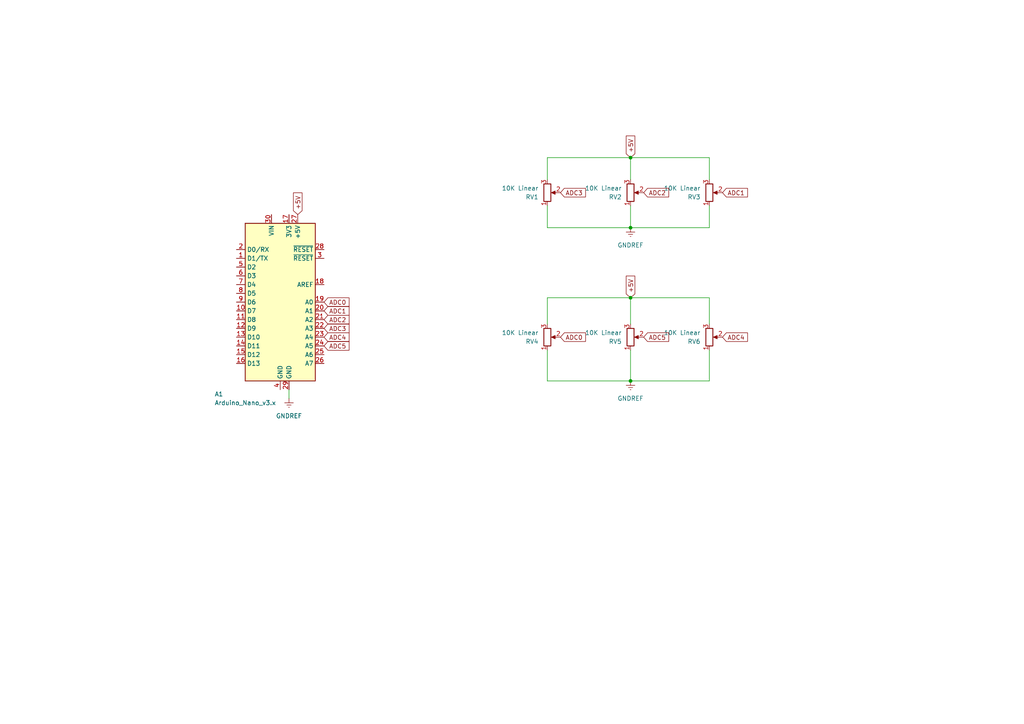
<source format=kicad_sch>
(kicad_sch (version 20231120) (generator "eeschema") (generator_version "8.0")
  (paper "A4")
  (lib_symbols
    (symbol "Device:R_Potentiometer" (pin_names (offset 1.016) hide)
      (property "Reference" "RV" (at -4.445 0 90))
      (property "Value" "R_Potentiometer" (at -2.54 0 90))
      (symbol "R_Potentiometer_0_1"
        (polyline (pts (xy 2.54 0) (xy 1.524 0)))
        (polyline (pts (xy 1.143 0) (xy 2.286 0.508) (xy 2.286 -0.508) (xy 1.143 0)) (fill (type outline)))
        (rectangle (start 1.016 2.54) (end -1.016 -2.54) (stroke (width 0.254)))
      )
      (symbol "R_Potentiometer_1_1"
        (pin passive line (at 0 3.81 270) (length 1.27) (name "1") (number "1"))
        (pin passive line (at 3.81 0 180) (length 1.27) (name "2") (number "2"))
        (pin passive line (at 0 -3.81 90) (length 1.27) (name "3") (number "3"))
      )
    )
    (symbol "MCU_Module:Arduino_Nano_v3.x"
      (property "Reference" "A" (at -10.16 23.495 0))
      (property "Value" "Arduino_Nano_v3.x" (at 5.08 -24.13 0))
      (symbol "Arduino_Nano_v3.x_0_1"
        (rectangle (start -10.16 22.86) (end 10.16 -22.86) (stroke (width 0.254)) (fill (type background)))
      )
      (symbol "Arduino_Nano_v3.x_1_1"
        (pin bidirectional line (at -12.7 12.7 0) (length 2.54) (name "D1/TX") (number "1"))
        (pin bidirectional line (at -12.7 -2.54 0) (length 2.54) (name "D7") (number "10"))
        (pin bidirectional line (at -12.7 -5.08 0) (length 2.54) (name "D8") (number "11"))
        (pin bidirectional line (at -12.7 -7.62 0) (length 2.54) (name "D9") (number "12"))
        (pin bidirectional line (at -12.7 -10.16 0) (length 2.54) (name "D10") (number "13"))
        (pin bidirectional line (at -12.7 -12.7 0) (length 2.54) (name "D11") (number "14"))
        (pin bidirectional line (at -12.7 -15.24 0) (length 2.54) (name "D12") (number "15"))
        (pin bidirectional line (at -12.7 -17.78 0) (length 2.54) (name "D13") (number "16"))
        (pin power_out line (at 2.54 25.4 270) (length 2.54) (name "3V3") (number "17"))
        (pin input line (at 12.7 5.08 180) (length 2.54) (name "AREF") (number "18"))
        (pin bidirectional line (at 12.7 0 180) (length 2.54) (name "A0") (number "19"))
        (pin bidirectional line (at -12.7 15.24 0) (length 2.54) (name "D0/RX") (number "2"))
        (pin bidirectional line (at 12.7 -2.54 180) (length 2.54) (name "A1") (number "20"))
        (pin bidirectional line (at 12.7 -5.08 180) (length 2.54) (name "A2") (number "21"))
        (pin bidirectional line (at 12.7 -7.62 180) (length 2.54) (name "A3") (number "22"))
        (pin bidirectional line (at 12.7 -10.16 180) (length 2.54) (name "A4") (number "23"))
        (pin bidirectional line (at 12.7 -12.7 180) (length 2.54) (name "A5") (number "24"))
        (pin bidirectional line (at 12.7 -15.24 180) (length 2.54) (name "A6") (number "25"))
        (pin bidirectional line (at 12.7 -17.78 180) (length 2.54) (name "A7") (number "26"))
        (pin power_out line (at 5.08 25.4 270) (length 2.54) (name "+5V") (number "27"))
        (pin input line (at 12.7 15.24 180) (length 2.54) (name "~{RESET}") (number "28"))
        (pin power_in line (at 2.54 -25.4 90) (length 2.54) (name "GND") (number "29"))
        (pin input line (at 12.7 12.7 180) (length 2.54) (name "~{RESET}") (number "3"))
        (pin power_in line (at -2.54 25.4 270) (length 2.54) (name "VIN") (number "30"))
        (pin power_in line (at 0 -25.4 90) (length 2.54) (name "GND") (number "4"))
        (pin bidirectional line (at -12.7 10.16 0) (length 2.54) (name "D2") (number "5"))
        (pin bidirectional line (at -12.7 7.62 0) (length 2.54) (name "D3") (number "6"))
        (pin bidirectional line (at -12.7 5.08 0) (length 2.54) (name "D4") (number "7"))
        (pin bidirectional line (at -12.7 2.54 0) (length 2.54) (name "D5") (number "8"))
        (pin bidirectional line (at -12.7 0 0) (length 2.54) (name "D6") (number "9"))
      )
    )
    (symbol "power:GNDREF" (power) (pin_names (offset 0))
      (property "Value" "GNDREF" (at 0 -3.81 0))
      (symbol "GNDREF_0_1"
        (polyline (pts (xy -0.635 -1.905) (xy 0.635 -1.905)))
        (polyline (pts (xy -0.127 -2.54) (xy 0.127 -2.54)))
        (polyline (pts (xy 0 -1.27) (xy 0 0)))
        (polyline (pts (xy 1.27 -1.27) (xy -1.27 -1.27)))
      )
      (symbol "GNDREF_1_1"
        (pin power_in line (at 0 0 270) (length 0) hide (name "GNDREF") (number "1"))
      )
    )
  )
  (junction (at 182.88 110.49))
  (junction (at 182.88 66.04))
  (junction (at 182.88 45.72))
  (junction (at 182.88 86.36))
  (wire (pts (xy 182.88 45.72) (xy 205.74 45.72)))
  (wire (pts (xy 205.74 52.07) (xy 205.74 45.72)))
  (wire (pts (xy 205.74 59.69) (xy 205.74 66.04)))
  (wire (pts (xy 205.74 66.04) (xy 182.88 66.04)))
  (wire (pts (xy 182.88 59.69) (xy 182.88 66.04)))
  (wire (pts (xy 158.75 101.6) (xy 158.75 110.49)))
  (wire (pts (xy 158.75 93.98) (xy 158.75 86.36)))
  (wire (pts (xy 205.74 110.49) (xy 182.88 110.49)))
  (wire (pts (xy 158.75 52.07) (xy 158.75 45.72)))
  (wire (pts (xy 158.75 110.49) (xy 182.88 110.49)))
  (wire (pts (xy 158.75 45.72) (xy 182.88 45.72)))
  (wire (pts (xy 182.88 52.07) (xy 182.88 45.72)))
  (wire (pts (xy 182.88 101.6) (xy 182.88 110.49)))
  (wire (pts (xy 205.74 86.36) (xy 182.88 86.36)))
  (wire (pts (xy 83.82 115.57) (xy 83.82 113.03)))
  (wire (pts (xy 205.74 101.6) (xy 205.74 110.49)))
  (wire (pts (xy 182.88 86.36) (xy 182.88 93.98)))
  (wire (pts (xy 205.74 93.98) (xy 205.74 86.36)))
  (wire (pts (xy 158.75 86.36) (xy 182.88 86.36)))
  (wire (pts (xy 158.75 66.04) (xy 182.88 66.04)))
  (wire (pts (xy 158.75 59.69) (xy 158.75 66.04)))
  (global_label "ADC0" (shape input) (at 93.98 87.63 0) (property "Intersheetrefs" "${INTERSHEET_REFS}" (effects (hide yes))))
  (global_label "ADC0" (shape input) (at 162.56 97.79 0) (property "Intersheetrefs" "${INTERSHEET_REFS}" (effects (hide yes))))
  (global_label "+5V" (shape input) (at 182.88 86.36 90) (property "Intersheetrefs" "${INTERSHEET_REFS}" (effects (hide yes))))
  (global_label "ADC5" (shape input) (at 186.69 97.79 0) (property "Intersheetrefs" "${INTERSHEET_REFS}" (effects (hide yes))))
  (global_label "ADC2" (shape input) (at 186.69 55.88 0) (property "Intersheetrefs" "${INTERSHEET_REFS}" (effects (hide yes))))
  (global_label "ADC5" (shape input) (at 93.98 100.33 0) (property "Intersheetrefs" "${INTERSHEET_REFS}" (effects (hide yes))))
  (global_label "ADC2" (shape input) (at 93.98 92.71 0) (property "Intersheetrefs" "${INTERSHEET_REFS}" (effects (hide yes))))
  (global_label "+5V" (shape input) (at 182.88 45.72 90) (property "Intersheetrefs" "${INTERSHEET_REFS}" (effects (hide yes))))
  (global_label "ADC3" (shape input) (at 93.98 95.25 0) (property "Intersheetrefs" "${INTERSHEET_REFS}" (effects (hide yes))))
  (global_label "ADC4" (shape input) (at 209.55 97.79 0) (property "Intersheetrefs" "${INTERSHEET_REFS}" (effects (hide yes))))
  (global_label "ADC1" (shape input) (at 93.98 90.17 0) (property "Intersheetrefs" "${INTERSHEET_REFS}" (effects (hide yes))))
  (global_label "ADC4" (shape input) (at 93.98 97.79 0) (property "Intersheetrefs" "${INTERSHEET_REFS}" (effects (hide yes))))
  (global_label "ADC3" (shape input) (at 162.56 55.88 0) (property "Intersheetrefs" "${INTERSHEET_REFS}" (effects (hide yes))))
  (global_label "ADC1" (shape input) (at 209.55 55.88 0) (property "Intersheetrefs" "${INTERSHEET_REFS}" (effects (hide yes))))
  (global_label "+5V" (shape input) (at 86.36 62.23 90) (property "Intersheetrefs" "${INTERSHEET_REFS}" (effects (hide yes))))
  (symbol (lib_id "Device:R_Potentiometer") (at 182.88 97.79 0) (mirror x) (unit 1)
    (property "Reference" "RV5" (at 180.34 99.06 0) (effects (justify right)))
    (property "Value" "10K Linear" (at 180.34 96.52 0) (effects (justify right)))
    (property "Footprint" "Potentiometers:Potentiometer_Slide_60mm_Switch_Electronics" (effects (hide yes)))
  )
  (symbol (lib_id "power:GNDREF") (at 182.88 110.49 0) (unit 1)
    (property "Reference" "#PWR03" (effects (hide yes)))
    (property "Value" "GNDREF" (at 182.88 115.57 0))
  )
  (symbol (lib_id "Device:R_Potentiometer") (at 205.74 55.88 0) (mirror x) (unit 1)
    (property "Reference" "RV3" (at 203.2 57.15 0) (effects (justify right)))
    (property "Value" "10K Linear" (at 203.2 54.61 0) (effects (justify right)))
    (property "Footprint" "Potentiometers:Potentiometer_Slide_60mm_Switch_Electronics" (effects (hide yes)))
  )
  (symbol (lib_id "Device:R_Potentiometer") (at 158.75 55.88 0) (mirror x) (unit 1)
    (property "Reference" "RV1" (at 156.21 57.15 0) (effects (justify right)))
    (property "Value" "10K Linear" (at 156.21 54.61 0) (effects (justify right)))
    (property "Footprint" "Potentiometers:Potentiometer_Slide_60mm_Switch_Electronics" (effects (hide yes)))
  )
  (symbol (lib_id "Device:R_Potentiometer") (at 158.75 97.79 0) (mirror x) (unit 1)
    (property "Reference" "RV4" (at 156.21 99.06 0) (effects (justify right)))
    (property "Value" "10K Linear" (at 156.21 96.52 0) (effects (justify right)))
    (property "Footprint" "Potentiometers:Potentiometer_Slide_60mm_Switch_Electronics" (effects (hide yes)))
  )
  (symbol (lib_id "Device:R_Potentiometer") (at 182.88 55.88 0) (mirror x) (unit 1)
    (property "Reference" "RV2" (at 180.34 57.15 0) (effects (justify right)))
    (property "Value" "10K Linear" (at 180.34 54.61 0) (effects (justify right)))
    (property "Footprint" "Potentiometers:Potentiometer_Slide_60mm_Switch_Electronics" (effects (hide yes)))
  )
  (symbol (lib_id "MCU_Module:Arduino_Nano_v3.x") (at 81.28 87.63 0) (unit 1)
    (property "Reference" "A1" (at 62.23 114.3 0) (effects (justify left)))
    (property "Value" "Arduino_Nano_v3.x" (at 62.23 116.84 0) (effects (justify left)))
    (property "Footprint" "Module:Arduino_Nano" (effects (hide yes)))
    (property "Datasheet" "http://www.mouser.com/pdfdocs/Gravitech_Arduino_Nano3_0.pdf" (effects (hide yes)))
  )
  (symbol (lib_id "power:GNDREF") (at 83.82 115.57 0) (unit 1)
    (property "Reference" "#PWR01" (effects (hide yes)))
    (property "Value" "GNDREF" (at 83.82 120.65 0))
  )
  (symbol (lib_id "power:GNDREF") (at 182.88 66.04 0) (unit 1)
    (property "Reference" "#PWR02" (effects (hide yes)))
    (property "Value" "GNDREF" (at 182.88 71.12 0))
  )
  (symbol (lib_id "Device:R_Potentiometer") (at 205.74 97.79 0) (mirror x) (unit 1)
    (property "Reference" "RV6" (at 203.2 99.06 0) (effects (justify right)))
    (property "Value" "10K Linear" (at 203.2 96.52 0) (effects (justify right)))
    (property "Footprint" "Potentiometers:Potentiometer_Slide_60mm_Switch_Electronics" (effects (hide yes)))
  )
)
</source>
